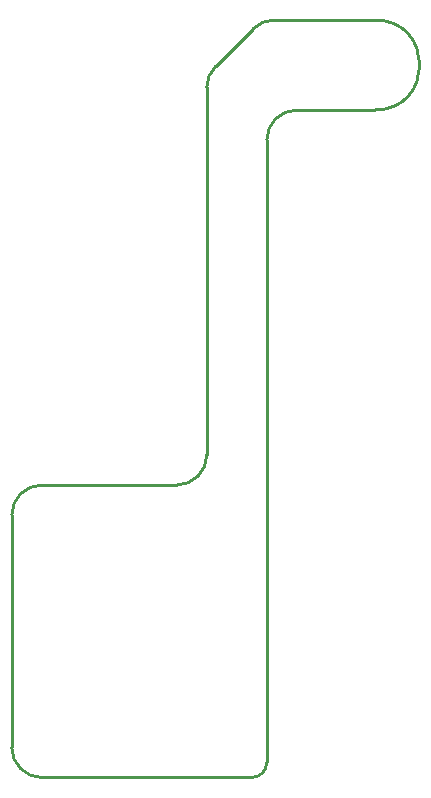
<source format=gm1>
G04 Layer_Color=16711935*
%FSLAX25Y25*%
%MOIN*%
G70*
G01*
G75*
%ADD13C,0.01000*%
D13*
X47500Y172500D02*
G03*
X37500Y162500I0J-10000D01*
G01*
X20429Y187071D02*
G03*
X17500Y180000I7071J-7071D01*
G01*
X40000Y202500D02*
G03*
X32929Y199571I0J-10000D01*
G01*
X32500Y-50000D02*
G03*
X37500Y-45000I0J5000D01*
G01*
X-47500Y-40000D02*
G03*
X-37500Y-50000I10000J0D01*
G01*
Y47500D02*
G03*
X-47500Y37500I0J-10000D01*
G01*
X7500Y47500D02*
G03*
X17500Y57500I0J10000D01*
G01*
X73500Y172500D02*
G03*
X73500Y202500I0J15000D01*
G01*
X47500Y172500D02*
X73500D01*
X40000Y202500D02*
X73500D01*
X20429Y187071D02*
X32929Y199571D01*
X-37500Y-50000D02*
X32500D01*
X-47500Y-40000D02*
Y37500D01*
X-37500Y47500D02*
X7500D01*
X17500Y57500D02*
Y180000D01*
X37500Y-45000D02*
Y162500D01*
M02*

</source>
